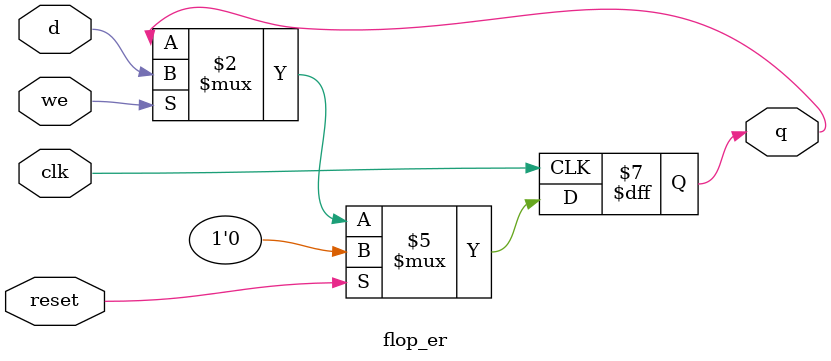
<source format=v>
module flop_er #(parameter Bits = 1, Reset_Value = 1'b0) (
  input clk,
  input reset,
  input we,
  input [Bits-1:0] d,
  output [Bits-1:0] q
);
  always @(posedge clk) begin
    if(reset)
      q<=Reset_Value;
    else if (we) 
      q<= d;
  end
endmodule

</source>
